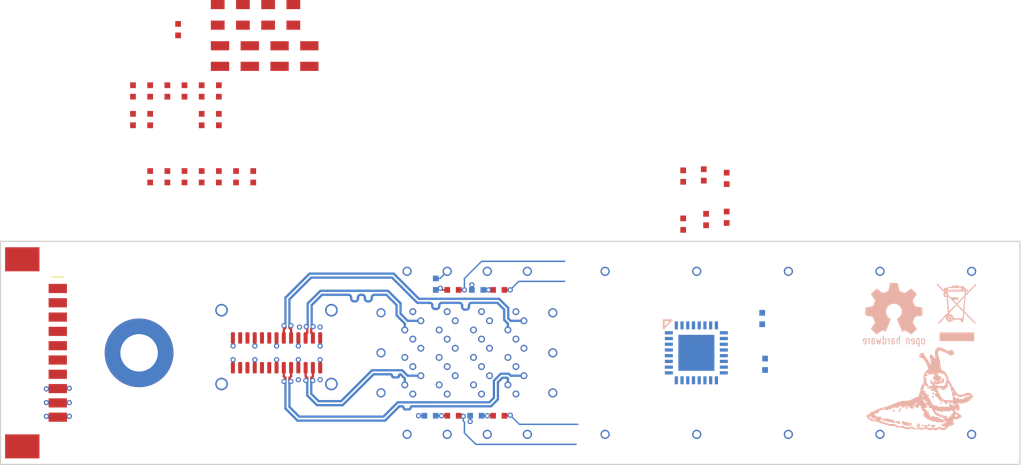
<source format=kicad_pcb>
(kicad_pcb (version 20240108) (generator "pcbnew") (generator_version "8.0")
  (layers (0 "F.Cu" signal) (1 "In1.Cu" signal) (2 "In2.Cu" signal) (31 "B.Cu" signal) (34 "B.Paste" user) (35 "F.Paste" user) (36 "B.SilkS" user "B.Silkscreen") (37 "F.SilkS" user "F.Silkscreen") (38 "B.Mask" user) (39 "F.Mask" user) (44 "Edge.Cuts" user))
  (net 0 "")
  (net 1 "/3V3")
  (net 2 "/GND")
  (net 3 "/SFP1_3V3")
  (net 4 "Net-(C5-Pad2)")
  (net 5 "/SFP1_VDD_RX")
  (net 6 "/SFP1_VDD_TX")
  (net 7 "Net-(C6-Pad2)")
  (net 8 "/SFP0_3V3")
  (net 9 "/SFP0_VDD_RX")
  (net 10 "Net-(C11-Pad2)")
  (net 11 "Net-(C12-Pad2)")
  (net 12 "/SFP0_VDD_TX")
  (net 13 "/LED0_P")
  (net 14 "Net-(D1-K)")
  (net 15 "Net-(D2-K)")
  (net 16 "/LED1_P")
  (net 17 "/LED2_P")
  (net 18 "Net-(D3-K)")
  (net 19 "/LED3_P")
  (net 20 "Net-(D4-K)")
  (net 21 "/I2C1_SCL")
  (net 22 "/I2C0_SDA")
  (net 23 "/I2C1_SDA")
  (net 24 "/I2C0_SCL")
  (net 27 "/TX0_P")
  (net 29 "/RX0_P")
  (net 31 "/TX1_N")
  (net 32 "/RX0_N")
  (net 33 "/RX1_N")
  (net 34 "/TX1_P")
  (net 35 "/TX0_N")
  (net 36 "/RX1_P")
  (net 37 "/SFP0_TX_FAULT")
  (net 38 "Net-(U1-P12)")
  (net 39 "/SFP0_RS0")
  (net 40 "/SFP0_RS1")
  (net 41 "Net-(U1-P13)")
  (net 42 "/SFP0_MOD_ABS")
  (net 43 "/SFP0_RX_LOS")
  (net 44 "/SFP1_RS0")
  (net 45 "Net-(U1-P22)")
  (net 46 "/SFP1_RS1")
  (net 47 "Net-(U1-P23)")
  (net 48 "/SFP1_TX_FAULT")
  (net 49 "/SFP1_MOD_ABS")
  (net 50 "/SFP1_RX_LOS")
  (net 55 "/SFP1_TX_DISABLE")
  (net 57 "/SFP0_TX_DISABLE")
  (footprint "azonenberg_pcb:EIA_0402_RES_NOSILK" (layer "F.Cu") (at 50.06 52.36 90)
    (property "Reference" "R20" (hide yes))
    (property "Value" "0.5" (hide yes))
  )
  (footprint "azonenberg_pcb:EIA_0402_CAP_NOSILK" (layer "F.Cu") (at 45.56 59.86 90)
    (property "Reference" "C4" (hide yes))
    (property "Value" "0.1 uF" (hide yes))
  )
  (footprint "azonenberg_pcb:EIA_0402_CAP_NOSILK" (layer "F.Cu") (at 47.06 59.86 90)
    (property "Reference" "C7" (hide yes))
    (property "Value" "0.1 uF" (hide yes))
  )
  (footprint "azonenberg_pcb:EIA_0402_LED" (layer "F.Cu") (at 74.5 69.75)
    (property "Reference" "D4" (hide yes))
    (property "Value" "LED" (hide yes))
  )
  (footprint "azonenberg_pcb:EIA_0402_RES_NOSILK" (layer "F.Cu") (at 44.06 54.86 90)
    (property "Reference" "R7" (hide yes))
    (property "Value" "1K" (hide yes))
  )
  (footprint "azonenberg_pcb:EIA_0402_RES_NOSILK" (layer "F.Cu") (at 94.4 60 90)
    (property "Reference" "R14" (hide yes))
    (property "Value" "10K" (hide yes))
  )
  (footprint "azonenberg_pcb:EIA_0402_CAP_NOSILK" (layer "F.Cu") (at 48.56 59.86 90)
    (property "Reference" "C8" (hide yes))
    (property "Value" "0.1 uF" (hide yes))
  )
  (footprint "azonenberg_pcb:CONN_ZSFP_DUAL_MOLEX_1712241011" (layer "F.Cu") (at 77.495001 75.25 90)
    (property "Reference" "J3" (hide yes))
    (property "Value" "CONN_SFP_HOST_DUAL" (hide yes))
  )
  (footprint "azonenberg_pcb:EIA_0805_CAP_NOSILK" (layer "F.Cu") (at 57.96 49.310001 90)
    (property "Reference" "C12" (hide yes))
    (property "Value" "22 uF" (hide yes))
  )
  (footprint "azonenberg_pcb:EIA_0402_LED" (layer "F.Cu") (at 74.5 80.75)
    (property "Reference" "D2" (hide yes))
    (property "Value" "LED" (hide yes))
  )
  (footprint "azonenberg_pcb:EIA_0402_RES_NOSILK" (layer "F.Cu") (at 92.6 63.6 90)
    (property "Reference" "R8" (hide yes))
    (property "Value" "10K" (hide yes))
  )
  (footprint "azonenberg_pcb:EIA_0402_RES_NOSILK" (layer "F.Cu") (at 44.06 52.36 90)
    (property "Reference" "R16" (hide yes))
    (property "Value" "0.5" (hide yes))
  )
  (footprint "azonenberg_pcb:CONN_SAMTEC_ARF6-08-S-D-A-K-TR" (layer "F.Cu") (at 55.095 75.25 180)
    (property "Reference" "J2" (hide yes))
    (property "Value" "ARF6-08-S-D-A-K-TR" (hide yes))
  )
  (footprint "azonenberg_pcb:EIA_0805_INDUCTOR_NOSILK" (layer "F.Cu") (at 54.36 45.71 90)
    (property "Reference" "L3" (hide yes))
    (property "Value" "4.7 uH" (hide yes))
  )
  (footprint "azonenberg_pcb:EIA_0402_RES_NOSILK" (layer "F.Cu") (at 94.4 63.4 90)
    (property "Reference" "R9" (hide yes))
    (property "Value" "10K" (hide yes))
  )
  (footprint "azonenberg_pcb:EIA_0402_RES_NOSILK" (layer "F.Cu") (at 92.4 59.700001 90)
    (property "Reference" "R13" (hide yes))
    (property "Value" "10K" (hide yes))
  )
  (footprint "azonenberg_pcb:EIA_0402_CAP_NOSILK" (layer "F.Cu") (at 46.5 47 90)
    (property "Reference" "C14" (hide yes))
    (property "Value" "0.1 uF" (hide yes))
  )
  (footprint "azonenberg_pcb:EIA_0402_CAP_NOSILK" (layer "F.Cu") (at 50.06 59.860001 90)
    (property "Reference" "C9" (hide yes))
    (property "Value" "0.1 uF" (hide yes))
  )
  (footprint "azonenberg_pcb:EIA_0402_CAP_NOSILK" (layer "F.Cu") (at 53.06 59.860001 90)
    (property "Reference" "C13" (hide yes))
    (property "Value" "0.1 uF" (hide yes))
  )
  (footprint "azonenberg_pcb:EIA_0402_RES_NOSILK" (layer "F.Cu") (at 45.56 52.36 90)
    (property "Reference" "R17" (hide yes))
    (property "Value" "0.5" (hide yes))
  )
  (footprint "azonenberg_pcb:EIA_0805_CAP_NOSILK" (layer "F.Cu") (at 55.360001 49.31 90)
    (property "Reference" "C11" (hide yes))
    (property "Value" "22 uF" (hide yes))
  )
  (footprint "azonenberg_pcb:EIA_0402_RES_NOSILK" (layer "F.Cu") (at 48.56 54.86 90)
    (property "Reference" "R10" (hide yes))
    (property "Value" "1K" (hide yes))
  )
  (footprint "azonenberg_pcb:EIA_0805_INDUCTOR_NOSILK" (layer "F.Cu") (at 49.96 45.71 90)
    (property "Reference" "L1" (hide yes))
    (property "Value" "4.7 uH" (hide yes))
  )
  (footprint "azonenberg_pcb:EIA_0402_LED" (layer "F.Cu") (at 70.5 80.75)
    (property "Reference" "D1" (hide yes))
    (property "Value" "LED" (hide yes))
  )
  (footprint "azonenberg_pcb:EIA_0805_CAP_NOSILK" (layer "F.Cu") (at 50.16 49.310001 90)
    (property "Reference" "C5" (hide yes))
    (property "Value" "22 uF" (hide yes))
  )
  (footprint "azonenberg_pcb:EIA_0402_RES_NOSILK" (layer "F.Cu") (at 42.56 52.36 90)
    (property "Reference" "R15" (hide yes))
    (property "Value" "0.1" (hide yes))
  )
  (footprint "azonenberg_pcb:EIA_0402_CAP_NOSILK" (layer "F.Cu") (at 51.56 59.860001 90)
    (property "Reference" "C10" (hide yes))
    (property "Value" "0.1 uF" (hide yes))
  )
  (footprint "azonenberg_pcb:EIA_0805_INDUCTOR_NOSILK" (layer "F.Cu") (at 56.56 45.71 90)
    (property "Reference" "L4" (hide yes))
    (property "Value" "4.7 uH" (hide yes))
  )
  (footprint "azonenberg_pcb:EIA_0402_RES_NOSILK" (layer "F.Cu") (at 50.06 54.86 90)
    (property "Reference" "R11" (hide yes))
    (property "Value" "1K" (hide yes))
  )
  (footprint "azonenberg_pcb:EIA_0402_RES_NOSILK" (layer "F.Cu") (at 90.6 64 90)
    (property "Reference" "R5" (hide yes))
    (property "Value" "10K" (hide yes))
  )
  (footprint "azonenberg_pcb:EIA_0402_RES_NOSILK" (layer "F.Cu") (at 42.56 54.86 90)
    (property "Reference" "R6" (hide yes))
    (property "Value" "1K" (hide yes))
  )
  (footprint "azonenberg_pcb:EIA_0402_RES_NOSILK" (layer "F.Cu") (at 48.56 52.36 90)
    (property "Reference" "R19" (hide yes))
    (property "Value" "0.5" (hide yes))
  )
  (footprint "azonenberg_pcb:EIA_0402_RES_NOSILK" (layer "F.Cu") (at 47.06 52.36 90)
    (property "Reference" "R18" (hide yes))
    (property "Value" "0.1" (hide yes))
  )
  (footprint "azonenberg_pcb:EIA_0805_INDUCTOR_NOSILK" (layer "F.Cu") (at 52.16 45.71 90)
    (property "Reference" "L2" (hide yes))
    (property "Value" "4.7 uH" (hide yes))
  )
  (footprint "azonenberg_pcb:CONN_MOLEX_PICOBLADE_10POS_0532611071" (layer "F.Cu") (at 35.995 75.25 90)
    (property "Reference" "J1" (hide yes))
    (property "Value" "CONN_01X10" (hide yes))
  )
  (footprint "azonenberg_pcb:MECHANICAL_CLEARANCEHOLE_4_40" (layer "F.Cu") (at 43.095 75.25 90)
    (property "Reference" "J4" (hide yes))
    (property "Value" "SCREWHOLE" (hide yes))
  )
  (footprint "azonenberg_pcb:EIA_0805_CAP_NOSILK" (layer "F.Cu") (at 52.76 49.31 90)
    (property "Reference" "C6" (hide yes))
    (property "Value" "22 uF" (hide yes))
  )
  (footprint "azonenberg_pcb:EIA_0402_RES_NOSILK" (layer "F.Cu") (at 90.6 59.8 90)
    (property "Reference" "R12" (hide yes))
    (property "Value" "10K" (hide yes))
  )
  (footprint "azonenberg_pcb:EIA_0402_LED" (layer "F.Cu") (at 70.5 69.75)
    (property "Reference" "D3" (hide yes))
    (property "Value" "LED" (hide yes))
  )
  (footprint "azonenberg_pcb:EIA_0402_CAP_NOSILK" (layer "F.Cu") (at 44.06 59.860001 90)
    (property "Reference" "C3" (hide yes))
    (property "Value" "0.1 uF" (hide yes))
  )
  (footprint "azonenberg_pcb:EIA_0402_RES_NOSILK" (layer "B.Cu") (at 68.5 80.75 180)
    (property "Reference" "R1" (hide yes))
    (property "Value" "R" (hide yes))
  )
  (footprint "azonenberg_pcb:EIA_0402_CAP_NOSILK" (layer "B.Cu") (at 97.75 76.25 -90)
    (property "Reference" "C2" (hide yes))
    (property "Value" "0.47 uF" (hide yes))
  )
  (footprint "azonenberg_pcb:EIA_0402_CAP_NOSILK" (layer "B.Cu") (at 97.5 72.25 -90)
    (property "Reference" "C1" (hide yes))
    (property "Value" "0.47 uF" (hide yes))
  )
  (footprint "azonenberg_pcb:QFN_32_0.5MM_5x5MM" (layer "B.Cu") (at 91.75 75.25 -90)
    (property "Reference" "U1" (hide yes))
    (property "Value" "TCA6424A" (hide yes))
  )
  (footprint "azonenberg_pcb:EIA_0402_RES_NOSILK" (layer "B.Cu") (at 72.5 80.75 180)
    (property "Reference" "R2" (hide yes))
    (property "Value" "R" (hide yes))
  )
  (footprint "azonenberg_pcb:LONGTHING-1200DPI" (layer "B.Cu") (at 110.700969 78.769721 180)
    (property "Reference" "M1" (hide yes))
    (property "Value" "LOGO" (hide yes))
  )
  (footprint "azonenberg_pcb:EIA_0402_RES_NOSILK" (layer "B.Cu") (at 72.65 69.75 180)
    (property "Reference" "R4" (hide yes))
    (property "Value" "R" (hide yes))
  )
  (footprint "w_logo:Logo_silk_WEEE_3.4x5mm" (layer "B.Cu") (at 114.5 71.75 180)
    (property "Reference" "M3" (hide yes))
    (property "Value" "LOGO" (hide yes))
  )
  (footprint "w_logo:Logo_silk_OSHW_6x6mm" (layer "B.Cu") (at 109 71.39 180)
    (property "Reference" "M2" (hide yes))
    (property "Value" "LOGO" (hide yes))
  )
  (footprint "azonenberg_pcb:EIA_0402_RES_NOSILK" (layer "B.Cu") (at 69 69.25 90)
    (property "Reference" "R3" (hide yes))
    (property "Value" "R" (hide yes))
  )
  (gr_poly (pts (xy 31 85) (xy 31 65.500001) (xy 120 65.5) (xy 119.999999 85)) (stroke (width 0.1)) (fill none) (layer "Edge.Cuts"))
  (segment (start 35.995 78.375) (end 35.025 78.375) (width 0.25) (layer "F.Cu") (net 2))
  (segment (start 35.995 79.625) (end 35.025 79.625) (width 0.25) (layer "F.Cu") (net 2))
  (segment (start 53.19 75.86) (end 53.2 75.85) (width 0.125) (layer "F.Cu") (net 2))
  (segment (start 35.995 78.375) (end 36.975 78.375) (width 0.25) (layer "F.Cu") (net 2))
  (segment (start 53.19 76.55) (end 53.19 75.86) (width 0.125) (layer "F.Cu") (net 2))
  (segment (start 35.075001 80.875001) (end 35 80.8) (width 0.25) (layer "F.Cu") (net 2))
  (segment (start 35.025 79.625) (end 35 79.6) (width 0.25) (layer "F.Cu") (net 2))
  (segment (start 57 73.95) (end 57 74.65) (width 0.125) (layer "F.Cu") (net 2))
  (segment (start 51.285 73.95) (end 51.285 74.635) (width 0.125) (layer "F.Cu") (net 2))
  (segment (start 35.025 78.375) (end 35 78.4) (width 0.25) (layer "F.Cu") (net 2))
  (segment (start 53.19 74.64) (end 53.2 74.65) (width 0.125) (layer "F.Cu") (net 2))
  (segment (start 51.285 75.865001) (end 51.300001 75.85) (width 0.125) (layer "F.Cu") (net 2))
  (segment (start 51.285 76.550001) (end 51.285 75.865001) (width 0.125) (layer "F.Cu") (net 2))
  (segment (start 36.975 78.375) (end 37 78.35) (width 0.25) (layer "F.Cu") (net 2))
  (segment (start 58.905 76.55) (end 58.905 75.855) (width 0.125) (layer "F.Cu") (net 2))
  (segment (start 36.975 79.625) (end 37 79.6) (width 0.25) (layer "F.Cu") (net 2))
  (segment (start 35.995 79.625) (end 36.975 79.625) (width 0.25) (layer "F.Cu") (net 2))
  (segment (start 55.095 76.55) (end 55.095 75.855) (width 0.125) (layer "F.Cu") (net 2))
  (segment (start 53.19 73.95) (end 53.19 74.64) (width 0.125) (layer "F.Cu") (net 2))
  (segment (start 35.995 80.875001) (end 36.924999 80.875001) (width 0.25) (layer "F.Cu") (net 2))
  (segment (start 58.9 74.65) (end 58.900001 73.955) (width 0.125) (layer "F.Cu") (net 2))
  (segment (start 35.995 80.875001) (end 35.075001 80.875001) (width 0.25) (layer "F.Cu") (net 2))
  (segment (start 55.095 75.855) (end 55.1 75.85) (width 0.125) (layer "F.Cu") (net 2))
  (segment (start 55.095 73.95) (end 55.095 74.645) (width 0.125) (layer "F.Cu") (net 2))
  (segment (start 57 76.55) (end 57 75.85) (width 0.125) (layer "F.Cu") (net 2))
  (segment (start 58.900001 73.955) (end 58.905001 73.95) (width 0.125) (layer "F.Cu") (net 2))
  (segment (start 36.924999 80.875001) (end 37 80.8) (width 0.25) (layer "F.Cu") (net 2))
  (segment (start 51.285 74.635) (end 51.3 74.65) (width 0.125) (layer "F.Cu") (net 2))
  (segment (start 55.095 74.645) (end 55.1 74.65) (width 0.125) (layer "F.Cu") (net 2))
  (segment (start 58.905 75.855) (end 58.9 75.85) (width 0.125) (layer "F.Cu") (net 2))
  (via (at 55.1 74.65) (size 0.45) (drill 0.25) (layers "F.Cu" "B.Cu") (net 2))
  (via (at 58.9 75.85) (size 0.45) (drill 0.25) (layers "F.Cu" "B.Cu") (net 2))
  (via (at 57 74.65) (size 0.45) (drill 0.25) (layers "F.Cu" "B.Cu") (net 2))
  (via (at 72.15 69.3) (size 0.45) (drill 0.25) (layers "F.Cu" "B.Cu") (net 2))
  (via (at 37 79.6) (size 0.45) (drill 0.25) (layers "F.Cu" "B.Cu") (net 2))
  (via (at 51.3 74.65) (size 0.45) (drill 0.25) (layers "F.Cu" "B.Cu") (net 2))
  (via (at 58.9 74.65) (size 0.45) (drill 0.25) (layers "F.Cu" "B.Cu") (net 2))
  (via (at 72 81.25) (size 0.45) (drill 0.25) (layers "F.Cu" "B.Cu") (net 2))
  (via (at 35 80.8) (size 0.45) (drill 0.25) (layers "F.Cu" "B.Cu") (net 2))
  (via (at 35 79.6) (size 0.45) (drill 0.25) (layers "F.Cu" "B.Cu") (net 2))
  (via (at 67.5 80.75) (size 0.45) (drill 0.25) (layers "F.Cu" "B.Cu") (net 2))
  (via (at 37 80.8) (size 0.45) (drill 0.25) (layers "F.Cu" "B.Cu") (net 2))
  (via (at 35 78.4) (size 0.45) (drill 0.25) (layers "F.Cu" "B.Cu") (net 2))
  (via (at 53.2 75.85) (size 0.45) (drill 0.25) (layers "F.Cu" "B.Cu") (net 2))
  (via (at 51.300001 75.85) (size 0.45) (drill 0.25) (layers "F.Cu" "B.Cu") (net 2))
  (via (at 58.9 77.6) (size 0.45) (drill 0.25) (layers "F.Cu" "B.Cu") (net 2))
  (via (at 55.1 75.85) (size 0.45) (drill 0.25) (layers "F.Cu" "B.Cu") (net 2))
  (via (at 57.1 73) (size 0.45) (drill 0.25) (layers "F.Cu" "B.Cu") (net 2))
  (via (at 58.9 73) (size 0.45) (drill 0.25) (layers "F.Cu" "B.Cu") (net 2))
  (via (at 57 77.6) (size 0.45) (drill 0.25) (layers "F.Cu" "B.Cu") (net 2))
  (via (at 37 78.35) (size 0.45) (drill 0.25) (layers "F.Cu" "B.Cu") (net 2))
  (via (at 57 75.85) (size 0.45) (drill 0.25) (layers "F.Cu" "B.Cu") (net 2))
  (via (at 53.2 74.65) (size 0.45) (drill 0.25) (layers "F.Cu" "B.Cu") (net 2))
  (segment (start 73.000001 71.645) (end 72.995001 71.65) (width 0.125) (layer "B.Cu") (net 2))
  (segment (start 68.000001 80.75) (end 67.5 80.75) (width 0.125) (layer "B.Cu") (net 2))
  (segment (start 69.37 68.750001) (end 69.995001 68.125) (width 0.125) (layer "B.Cu") (net 2))
  (segment (start 72.150001 69.75) (end 72.150001 69.300001) (width 0.125) (layer "B.Cu") (net 2))
  (segment (start 72.000001 80.75) (end 72.000001 81.249999) (width 0.125) (layer "B.Cu") (net 2))
  (segment (start 72.150001 69.300001) (end 72.15 69.3) (width 0.125) (layer "B.Cu") (net 2))
  (segment (start 73.000001 78.855) (end 72.995001 78.85) (width 0.125) (layer "B.Cu") (net 2))
  (segment (start 72.000001 81.249999) (end 72 81.25) (width 0.125) (layer "B.Cu") (net 2))
  (segment (start 69 68.750001) (end 69.37 68.750001) (width 0.125) (layer "B.Cu") (net 2))
  (segment (start 71.35 80.75) (end 71.4 80.8) (width 0.125) (layer "F.Cu") (net 13))
  (segment (start 70.999999 80.75) (end 71.35 80.75) (width 0.125) (layer "F.Cu") (net 13))
  (via (at 71.4 80.8) (size 0.45) (drill 0.25) (layers "F.Cu" "B.Cu") (net 13))
  (segment (start 72.5 83.25) (end 81.25 83.25) (width 0.125) (layer "B.Cu") (net 13))
  (segment (start 71.4 80.8) (end 71.4 81.2) (width 0.125) (layer "B.Cu") (net 13))
  (segment (start 71.5 82) (end 71.5 82.25) (width 0.125) (layer "B.Cu") (net 13))
  (segment (start 71.4 81.2) (end 71.5 81.3) (width 0.125) (layer "B.Cu") (net 13))
  (segment (start 71.5 82.25) (end 72.5 83.25) (width 0.125) (layer "B.Cu") (net 13))
  (segment (start 71.5 81.3) (end 71.5 82) (width 0.125) (layer "B.Cu") (net 13))
  (segment (start 70.000001 80.75) (end 69.5 80.75) (width 0.125) (layer "F.Cu") (net 14))
  (via (at 69.5 80.75) (size 0.45) (drill 0.25) (layers "F.Cu" "B.Cu") (net 14))
  (segment (start 69.5 80.75) (end 68.999999 80.75) (width 0.125) (layer "B.Cu") (net 14))
  (segment (start 74.000001 80.75) (end 73.5 80.75) (width 0.125) (layer "F.Cu") (net 15))
  (via (at 73.5 80.75) (size 0.45) (drill 0.25) (layers "F.Cu" "B.Cu") (net 15))
  (segment (start 73.5 80.75) (end 72.999999 80.75) (width 0.125) (layer "B.Cu") (net 15))
  (segment (start 74.999999 80.75) (end 75.45 80.75) (width 0.125) (layer "F.Cu") (net 16))
  (segment (start 75.45 80.75) (end 75.5 80.7) (width 0.125) (layer "F.Cu") (net 16))
  (via (at 75.5 80.7) (size 0.45) (drill 0.25) (layers "F.Cu" "B.Cu") (net 16))
  (segment (start 75.5 80.7) (end 76.3 81.5) (width 0.125) (layer "B.Cu") (net 16))
  (segment (start 76.3 81.5) (end 77.8 81.5) (width 0.125) (layer "B.Cu") (net 16))
  (segment (start 77.8 81.5) (end 81.4 81.5) (width 0.125) (layer "B.Cu") (net 16))
  (segment (start 70.999999 69.75) (end 71.5 69.75) (width 0.125) (layer "F.Cu") (net 17))
  (via (at 71.5 69.75) (size 0.45) (drill 0.25) (layers "F.Cu" "B.Cu") (net 17))
  (segment (start 73 67.25) (end 80.25 67.25) (width 0.125) (layer "B.Cu") (net 17))
  (segment (start 71.5 68.75) (end 73 67.25) (width 0.125) (layer "B.Cu") (net 17))
  (segment (start 71.5 69.75) (end 71.5 68.75) (width 0.125) (layer "B.Cu") (net 17))
  (segment (start 70.000001 69.75) (end 69.55 69.75) (width 0.125) (layer "F.Cu") (net 18))
  (segment (start 69.55 69.75) (end 69.4 69.6) (width 0.125) (layer "F.Cu") (net 18))
  (via (at 69.4 69.6) (size 0.45) (drill 0.25) (layers "F.Cu" "B.Cu") (net 18))
  (segment (start 69.4 69.6) (end 69.149999 69.6) (width 0.125) (layer "B.Cu") (net 18))
  (segment (start 69.149999 69.6) (end 69 69.749999) (width 0.125) (layer "B.Cu") (net 18))
  (segment (start 74.999999 69.75) (end 75.5 69.75) (width 0.125) (layer "F.Cu") (net 19))
  (via (at 75.5 69.75) (size 0.45) (drill 0.25) (layers "F.Cu" "B.Cu") (net 19))
  (segment (start 76.25 69) (end 80.25 69) (width 0.125) (layer "B.Cu") (net 19))
  (segment (start 75.5 69.75) (end 76.25 69) (width 0.125) (layer "B.Cu") (net 19))
  (segment (start 74.000001 69.75) (end 73.6 69.75) (width 0.125) (layer "F.Cu") (net 20))
  (via (at 73.6 69.75) (size 0.45) (drill 0.25) (layers "F.Cu" "B.Cu") (net 20))
  (segment (start 73.6 69.75) (end 73.149999 69.75) (width 0.125) (layer "B.Cu") (net 20))
  (segment (start 58.1275 77.442501) (end 58.1275 77.543964) (width 0.2) (layer "F.Cu") (net 27))
  (segment (start 58.27 77.300001) (end 58.1275 77.442501) (width 0.2) (layer "F.Cu") (net 27))
  (segment (start 58.27 76.550001) (end 58.27 77.300001) (width 0.2) (layer "F.Cu") (net 27))
  (segment (start 58.1275 77.543964) (end 58.2525 77.668964) (width 0.2) (layer "F.Cu") (net 27))
  (via (at 58.2525 77.668964) (size 0.45) (drill 0.25) (layers "F.Cu" "B.Cu") (net 27))
  (segment (start 60.727512 79.475) (end 63.427512 76.775) (width 0.2) (layer "B.Cu") (net 27))
  (segment (start 63.427512 76.775) (end 66.067488 76.775) (width 0.2) (layer "B.Cu") (net 27))
  (segment (start 58.2525 77.668964) (end 58.1275 77.793964) (width 0.2) (layer "B.Cu") (net 27))
  (segment (start 58.127501 78.830012) (end 58.772489 79.475) (width 0.2) (layer "B.Cu") (net 27))
  (segment (start 66.067488 76.775) (end 66.542489 77.25) (width 0.2) (layer "B.Cu") (net 27))
  (segment (start 66.542489 77.25) (end 67.695 77.25) (width 0.2) (layer "B.Cu") (net 27))
  (segment (start 58.772489 79.475) (end 60.727512 79.475) (width 0.2) (layer "B.Cu") (net 27))
  (segment (start 58.1275 77.793964) (end 58.127501 78.830012) (width 0.2) (layer "B.Cu") (net 27))
  (segment (start 58.1275 73.4825) (end 58.1275 73.156892) (width 0.2) (layer "F.Cu") (net 29))
  (segment (start 58.27 73.625) (end 58.1275 73.4825) (width 0.2) (layer "F.Cu") (net 29))
  (segment (start 58.27 73.95) (end 58.27 73.625) (width 0.2) (layer "F.Cu") (net 29))
  (via (at 58.288617 72.954969) (size 0.45) (drill 0.25) (layers "F.Cu" "B.Cu") (net 29))
  (segment (start 61.248131 70.175) (end 59.518229 70.175) (width 0.2) (layer "B.Cu") (net 29))
  (segment (start 63.408131 70.415) (end 63.408131 70.508442) (width 0.2) (layer "B.Cu") (net 29))
  (segment (start 59.518229 70.175) (end 59.072488 70.175) (width 0.2) (layer "B.Cu") (net 29))
  (segment (start 61.608131 70.508442) (end 61.608131 70.415) (width 0.2) (layer "B.Cu") (net 29))
  (segment (start 58.163617 72.829969) (end 58.288617 72.954969) (width 0.2) (layer "B.Cu") (net 29))
  (segment (start 65.575 71.977487) (end 65.575 71.072488) (width 0.2) (layer "B.Cu") (net 29))
  (segment (start 59.072488 70.175) (end 58.163617 71.083871) (width 0.2) (layer "B.Cu") (net 29))
  (segment (start 62.808131 70.508442) (end 62.808131 70.415) (width 0.2) (layer "B.Cu") (net 29))
  (segment (start 63.168131 70.748442) (end 63.048131 70.748442) (width 0.2) (layer "B.Cu") (net 29))
  (segment (start 64.677512 70.175) (end 63.648131 70.175) (width 0.2) (layer "B.Cu") (net 29))
  (segment (start 62.568131 70.175) (end 62.448131 70.175) (width 0.2) (layer "B.Cu") (net 29))
  (segment (start 61.968131 70.748442) (end 61.848131 70.748442) (width 0.2) (layer "B.Cu") (net 29))
  (segment (start 66.295001 72.697488) (end 65.575 71.977487) (width 0.2) (layer "B.Cu") (net 29))
  (segment (start 61.368131 70.175) (end 61.248131 70.175) (width 0.2) (layer "B.Cu") (net 29))
  (segment (start 65.575 71.072488) (end 64.677512 70.175) (width 0.2) (layer "B.Cu") (net 29))
  (segment (start 62.208131 70.415) (end 62.208131 70.508442) (width 0.2) (layer "B.Cu") (net 29))
  (segment (start 58.163617 71.083871) (end 58.163617 72.829969) (width 0.2) (layer "B.Cu") (net 29))
  (segment (start 66.295001 73.249999) (end 66.295001 72.697488) (width 0.2) (layer "B.Cu") (net 29))
  (arc (start 62.208131 70.508442) (mid 62.137837 70.678148) (end 61.968131 70.748442) (width 0.2) (layer "B.Cu") (net 29))
  (arc (start 61.608131 70.415) (mid 61.537837 70.245294) (end 61.368131 70.175) (width 0.2) (layer "B.Cu") (net 29))
  (arc (start 62.808131 70.415) (mid 62.737837 70.245294) (end 62.568131 70.175) (width 0.2) (layer "B.Cu") (net 29))
  (arc (start 61.848131 70.748442) (mid 61.678425 70.678148) (end 61.608131 70.508442) (width 0.2) (layer "B.Cu") (net 29))
  (arc (start 63.408131 70.508442) (mid 63.337837 70.678148) (end 63.168131 70.748442) (width 0.2) (layer "B.Cu") (net 29))
  (arc (start 63.048131 70.748442) (mid 62.878425 70.678148) (end 62.808131 70.508442) (width 0.2) (layer "B.Cu") (net 29))
  (arc (start 63.648131 70.175) (mid 63.478425 70.245294) (end 63.408131 70.415) (width 0.2) (layer "B.Cu") (net 29))
  (arc (start 62.448131 70.175) (mid 62.278425 70.245294) (end 62.208131 70.415) (width 0.2) (layer "B.Cu") (net 29))
  (segment (start 55.8725 73.057499) (end 55.8725 72.995897) (width 0.2) (layer "F.Cu") (net 31))
  (segment (start 55.73 73.199999) (end 55.8725 73.057499) (width 0.2) (layer "F.Cu") (net 31))
  (segment (start 55.8725 72.995897) (end 55.7475 72.870897) (width 0.2) (layer "F.Cu") (net 31))
  (segment (start 55.73 73.95) (end 55.73 73.199999) (width 0.2) (layer "F.Cu") (net 31))
  (via (at 55.7475 72.870897) (size 0.45) (drill 0.25) (layers "F.Cu" "B.Cu") (net 31))
  (segment (start 55.8725 72.745897) (end 55.7475 72.870897) (width 0.2) (layer "B.Cu") (net 31))
  (segment (start 67.522488 70.525) (end 65.322488 68.325) (width 0.2) (layer "B.Cu") (net 31))
  (segment (start 75.54249 72.45) (end 75.325 72.23251) (width 0.2) (layer "B.Cu") (net 31))
  (segment (start 55.8725 70.430012) (end 55.8725 72.745897) (width 0.2) (layer "B.Cu") (net 31))
  (segment (start 75.325 71.327512) (end 74.522488 70.525) (width 0.2) (layer "B.Cu") (net 31))
  (segment (start 75.325 72.23251) (end 75.325 71.327512) (width 0.2) (layer "B.Cu") (net 31))
  (segment (start 57.977512 68.325) (end 55.8725 70.430012) (width 0.2) (layer "B.Cu") (net 31))
  (segment (start 65.322488 68.325) (end 57.977512 68.325) (width 0.2) (layer "B.Cu") (net 31))
  (segment (start 76.695002 72.45) (end 75.54249 72.45) (width 0.2) (layer "B.Cu") (net 31))
  (segment (start 74.522488 70.525) (end 67.522488 70.525) (width 0.2) (layer "B.Cu") (net 31))
  (segment (start 57.635 73.625) (end 57.7775 73.4825) (width 0.2) (layer "F.Cu") (net 32))
  (segment (start 57.7775 73.4825) (end 57.7775 73.156892) (width 0.2) (layer "F.Cu") (net 32))
  (segment (start 57.635 73.95) (end 57.635 73.625) (width 0.2) (layer "F.Cu") (net 32))
  (via (at 57.688617 72.954969) (size 0.45) (drill 0.25) (layers "F.Cu" "B.Cu") (net 32))
  (segment (start 65.925 71.832511) (end 65.925 70.927512) (width 0.2) (layer "B.Cu") (net 32))
  (segment (start 57.813617 70.938895) (end 57.813617 72.829969) (width 0.2) (layer "B.Cu") (net 32))
  (segment (start 65.925 70.927512) (end 64.822488 69.825) (width 0.2) (layer "B.Cu") (net 32))
  (segment (start 64.822488 69.825) (end 58.927512 69.825) (width 0.2) (layer "B.Cu") (net 32))
  (segment (start 57.813617 72.829969) (end 57.688617 72.954969) (width 0.2) (layer "B.Cu") (net 32))
  (segment (start 67.695002 72.45) (end 66.542489 72.45) (width 0.2) (layer "B.Cu") (net 32))
  (segment (start 66.542489 72.45) (end 65.925 71.832511) (width 0.2) (layer "B.Cu") (net 32))
  (segment (start 58.927512 69.825) (end 57.813617 70.938895) (width 0.2) (layer "B.Cu") (net 32))
  (segment (start 55.8725 77.625) (end 55.7475 77.75) (width 0.2) (layer "F.Cu") (net 33))
  (segment (start 55.8725 77.442501) (end 55.8725 77.625) (width 0.2) (layer "F.Cu") (net 33))
  (segment (start 55.73 77.300001) (end 55.8725 77.442501) (width 0.2) (layer "F.Cu") (net 33))
  (segment (start 55.73 76.55) (end 55.73 77.300001) (width 0.2) (layer "F.Cu") (net 33))
  (via (at 55.7475 77.75) (size 0.45) (drill 0.25) (layers "F.Cu" "B.Cu") (net 33))
  (segment (start 55.8725 80.119988) (end 56.927512 81.175) (width 0.2) (layer "B.Cu") (net 33))
  (segment (start 65.822488 79.925) (end 66.05576 79.925) (width 0.2) (layer "B.Cu") (net 33))
  (segment (start 74.425 79.322488) (end 74.425 77.822488) (width 0.2) (layer "B.Cu") (net 33))
  (segment (start 67.25576 79.925) (end 68.039877 79.925) (width 0.2) (layer "B.Cu") (net 33))
  (segment (start 66.32734 80.19658) (end 66.65576 80.19658) (width 0.2) (layer "B.Cu") (net 33))
  (segment (start 56.927512 81.175) (end 64.572488 81.175) (width 0.2) (layer "B.Cu") (net 33))
  (segment (start 66.92734 79.925) (end 67.25576 79.925) (width 0.2) (layer "B.Cu") (net 33))
  (segment (start 74.425 77.822488) (end 74.822488 77.425) (width 0.2) (layer "B.Cu") (net 33))
  (segment (start 64.572488 81.175) (end 65.822488 79.925) (width 0.2) (layer "B.Cu") (net 33))
  (segment (start 55.8725 77.875) (end 55.8725 80.119988) (width 0.2) (layer "B.Cu") (net 33))
  (segment (start 73.822488 79.925) (end 74.425 79.322488) (width 0.2) (layer "B.Cu") (net 33))
  (segment (start 75.222513 77.425) (end 75.295001 77.497488) (width 0.2) (layer "B.Cu") (net 33))
  (segment (start 55.7475 77.75) (end 55.8725 77.875) (width 0.2) (layer "B.Cu") (net 33))
  (segment (start 68.039877 79.925) (end 73.822488 79.925) (width 0.2) (layer "B.Cu") (net 33))
  (segment (start 74.822488 77.425) (end 75.222513 77.425) (width 0.2) (layer "B.Cu") (net 33))
  (segment (start 75.295001 77.497488) (end 75.295001 78.05) (width 0.2) (layer "B.Cu") (net 33))
  (arc (start 66.19155 80.06079) (mid 66.231322 80.156808) (end 66.32734 80.19658) (width 0.2) (layer "B.Cu") (net 33))
  (arc (start 66.65576 80.19658) (mid 66.751778 80.156808) (end 66.79155 80.06079) (width 0.2) (layer "B.Cu") (net 33))
  (arc (start 66.79155 80.06079) (mid 66.831322 79.964772) (end 66.92734 79.925) (width 0.2) (layer "B.Cu") (net 33))
  (arc (start 66.05576 79.925) (mid 66.151778 79.964772) (end 66.19155 80.06079) (width 0.2) (layer "B.Cu") (net 33))
  (segment (start 56.2225 73.057499) (end 56.2225 72.995897) (width 0.2) (layer "F.Cu") (net 34))
  (segment (start 56.365 73.95) (end 56.365 73.199999) (width 0.2) (layer "F.Cu") (net 34))
  (segment (start 56.365 73.199999) (end 56.2225 73.057499) (width 0.2) (layer "F.Cu") (net 34))
  (segment (start 56.2225 72.995897) (end 56.3475 72.870897) (width 0.2) (layer "F.Cu") (net 34))
  (via (at 56.3475 72.870897) (size 0.45) (drill 0.25) (layers "F.Cu" "B.Cu") (net 34))
  (segment (start 74.975 71.472488) (end 74.377512 70.875) (width 0.2) (layer "B.Cu") (net 34))
  (segment (start 58.122488 68.675) (end 56.2225 70.574988) (width 0.2) (layer "B.Cu") (net 34))
  (segment (start 56.2225 70.574988) (end 56.2225 72.745897) (width 0.2) (layer "B.Cu") (net 34))
  (segment (start 68.700442 71.181959) (end 68.700442 71.115) (width 0.2) (layer "B.Cu") (net 34))
  (segment (start 68.340442 70.875) (end 67.809443 70.875) (width 0.2) (layer "B.Cu") (net 34))
  (segment (start 74.377512 70.875) (end 72.13796 70.875) (width 0.2) (layer "B.Cu") (net 34))
  (segment (start 67.377512 70.875) (end 65.177512 68.675) (width 0.2) (layer "B.Cu") (net 34))
  (segment (start 69.060442 71.421959) (end 68.940442 71.421959) (width 0.2) (layer "B.Cu") (net 34))
  (segment (start 71.05796 70.875) (end 70.93796 70.875) (width 0.2) (layer "B.Cu") (net 34))
  (segment (start 70.93796 70.875) (end 69.958903 70.875) (width 0.2) (layer "B.Cu") (net 34))
  (segment (start 69.300442 71.115) (end 69.300442 71.181959) (width 0.2) (layer "B.Cu") (net 34))
  (segment (start 71.29796 71.235) (end 71.29796 71.115) (width 0.2) (layer "B.Cu") (net 34))
  (segment (start 75.295002 72.697488) (end 74.975 72.377486) (width 0.2) (layer "B.Cu") (net 34))
  (segment (start 69.958903 70.875) (end 69.540442 70.875) (width 0.2) (layer "B.Cu") (net 34))
  (segment (start 71.65796 71.475) (end 71.53796 71.475) (width 0.2) (layer "B.Cu") (net 34))
  (segment (start 65.177512 68.675) (end 58.122488 68.675) (width 0.2) (layer "B.Cu") (net 34))
  (segment (start 75.295002 73.25) (end 75.295002 72.697488) (width 0.2) (layer "B.Cu") (net 34))
  (segment (start 67.809443 70.875) (end 67.377512 70.875) (width 0.2) (layer "B.Cu") (net 34))
  (segment (start 56.2225 72.745897) (end 56.3475 72.870897) (width 0.2) (layer "B.Cu") (net 34))
  (segment (start 74.975 72.377486) (end 74.975 71.472488) (width 0.2) (layer "B.Cu") (net 34))
  (segment (start 68.460442 70.875) (end 68.340442 70.875) (width 0.2) (layer "B.Cu") (net 34))
  (segment (start 71.89796 71.115) (end 71.89796 71.235) (width 0.2) (layer "B.Cu") (net 34))
  (arc (start 68.940442 71.421959) (mid 68.770736 71.351665) (end 68.700442 71.181959) (width 0.2) (layer "B.Cu") (net 34))
  (arc (start 69.300442 71.181959) (mid 69.230148 71.351665) (end 69.060442 71.421959) (width 0.2) (layer "B.Cu") (net 34))
  (arc (start 71.29796 71.115) (mid 71.227666 70.945294) (end 71.05796 70.875) (width 0.2) (layer "B.Cu") (net 34))
  (arc (start 68.700442 71.115) (mid 68.630148 70.945294) (end 68.460442 70.875) (width 0.2) (layer "B.Cu") (net 34))
  (arc (start 71.89796 71.235) (mid 71.827666 71.404706) (end 71.65796 71.475) (width 0.2) (layer "B.Cu") (net 34))
  (arc (start 71.53796 71.475) (mid 71.368254 71.404706) (end 71.29796 71.235) (width 0.2) (layer "B.Cu") (net 34))
  (arc (start 69.540442 70.875) (mid 69.370736 70.945294) (end 69.300442 71.115) (width 0.2) (layer "B.Cu") (net 34))
  (arc (start 72.13796 70.875) (mid 71.968254 70.945294) (end 71.89796 71.115) (width 0.2) (layer "B.Cu") (net 34))
  (segment (start 57.635 76.550001) (end 57.635001 77.300001) (width 0.2) (layer "F.Cu") (net 35))
  (segment (start 57.7775 77.442501) (end 57.7775 77.543964) (width 0.2) (layer "F.Cu") (net 35))
  (segment (start 57.635001 77.300001) (end 57.7775 77.442501) (width 0.2) (layer "F.Cu") (net 35))
  (segment (start 57.7775 77.543964) (end 57.6525 77.668964) (width 0.2) (layer "F.Cu") (net 35))
  (via (at 57.6525 77.668964) (size 0.45) (drill 0.25) (layers "F.Cu" "B.Cu") (net 35))
  (segment (start 57.7775 77.793964) (end 57.6525 77.668964) (width 0.2) (layer "B.Cu") (net 35))
  (segment (start 66.295 77.497488) (end 65.922512 77.125) (width 0.2) (layer "B.Cu") (net 35))
  (segment (start 63.572488 77.125) (end 60.872488 79.825) (width 0.2) (layer "B.Cu") (net 35))
  (segment (start 58.627512 79.825) (end 57.7775 78.974988) (width 0.2) (layer "B.Cu") (net 35))
  (segment (start 65.65095 77.396562) (end 65.322512 77.396562) (width 0.2) (layer "B.Cu") (net 35))
  (segment (start 60.872488 79.825) (end 58.627512 79.825) (width 0.2) (layer "B.Cu") (net 35))
  (segment (start 57.7775 78.974988) (end 57.7775 77.793964) (width 0.2) (layer "B.Cu") (net 35))
  (segment (start 65.050951 77.125) (end 64.722512 77.125) (width 0.2) (layer "B.Cu") (net 35))
  (segment (start 64.722512 77.125) (end 63.697338 77.125) (width 0.2) (layer "B.Cu") (net 35))
  (segment (start 66.295 78.05) (end 66.295 77.497488) (width 0.2) (layer "B.Cu") (net 35))
  (segment (start 63.697338 77.125) (end 63.572488 77.125) (width 0.2) (layer "B.Cu") (net 35))
  (arc (start 65.922512 77.125) (mid 65.8265 77.164769) (end 65.786731 77.260781) (width 0.2) (layer "B.Cu") (net 35))
  (arc (start 65.186731 77.260781) (mid 65.146962 77.164769) (end 65.050951 77.125) (width 0.2) (layer "B.Cu") (net 35))
  (arc (start 65.786731 77.260781) (mid 65.746962 77.356793) (end 65.65095 77.396562) (width 0.2) (layer "B.Cu") (net 35))
  (arc (start 65.322512 77.396562) (mid 65.226501 77.356793) (end 65.186731 77.260781) (width 0.2) (layer "B.Cu") (net 35))
  (segment (start 56.2225 77.442501) (end 56.2225 77.625) (width 0.2) (layer "F.Cu") (net 36))
  (segment (start 56.365 76.55) (end 56.365 77.300001) (width 0.2) (layer "F.Cu") (net 36))
  (segment (start 56.2225 77.625) (end 56.3475 77.75) (width 0.2) (layer "F.Cu") (net 36))
  (segment (start 56.365 77.300001) (end 56.2225 77.442501) (width 0.2) (layer "F.Cu") (net 36))
  (via (at 56.3475 77.75) (size 0.45) (drill 0.25) (layers "F.Cu" "B.Cu") (net 36))
  (segment (start 57.072488 80.825) (end 56.2225 79.975012) (width 0.2) (layer "B.Cu") (net 36))
  (segment (start 74.075 77.677512) (end 74.075 79.177512) (width 0.2) (layer "B.Cu") (net 36))
  (segment (start 73.677512 79.575) (end 65.677512 79.575) (width 0.2) (layer "B.Cu") (net 36))
  (segment (start 65.677512 79.575) (end 64.427512 80.825) (width 0.2) (layer "B.Cu") (net 36))
  (segment (start 75.542489 77.25) (end 75.367489 77.075) (width 0.2) (layer "B.Cu") (net 36))
  (segment (start 64.427512 80.825) (end 57.072488 80.825) (width 0.2) (layer "B.Cu") (net 36))
  (segment (start 76.695001 77.25) (end 75.542489 77.25) (width 0.2) (layer "B.Cu") (net 36))
  (segment (start 56.2225 77.875) (end 56.3475 77.75) (width 0.2) (layer "B.Cu") (net 36))
  (segment (start 56.2225 79.975012) (end 56.2225 77.875) (width 0.2) (layer "B.Cu") (net 36))
  (segment (start 75.367489 77.075) (end 74.677512 77.075) (width 0.2) (layer "B.Cu") (net 36))
  (segment (start 74.075 79.177512) (end 73.677512 79.575) (width 0.2) (layer "B.Cu") (net 36))
  (segment (start 74.677512 77.075) (end 74.075 77.677512) (width 0.2) (layer "B.Cu") (net 36))
)
</source>
